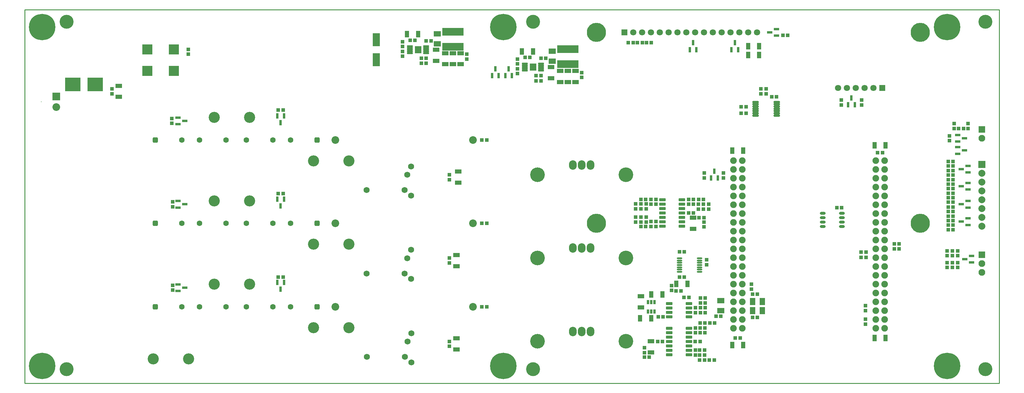
<source format=gts>
G04 Layer_Color=8388736*
%FSLAX43Y43*%
%MOMM*%
G71*
G01*
G75*
%ADD38C,0.254*%
%ADD78R,2.903X2.903*%
%ADD79O,1.550X0.500*%
%ADD80R,6.203X2.203*%
%ADD81R,0.803X1.203*%
%ADD82R,0.803X1.553*%
%ADD83O,1.653X0.853*%
%ADD84R,1.543X2.003*%
%ADD85R,1.103X1.003*%
G04:AMPARAMS|DCode=86|XSize=0.653mm|YSize=1.803mm|CornerRadius=0.151mm|HoleSize=0mm|Usage=FLASHONLY|Rotation=90.000|XOffset=0mm|YOffset=0mm|HoleType=Round|Shape=RoundedRectangle|*
%AMROUNDEDRECTD86*
21,1,0.653,1.501,0,0,90.0*
21,1,0.351,1.803,0,0,90.0*
1,1,0.302,0.750,0.175*
1,1,0.302,0.750,-0.175*
1,1,0.302,-0.750,-0.175*
1,1,0.302,-0.750,0.175*
%
%ADD86ROUNDEDRECTD86*%
%ADD87R,4.443X4.013*%
%ADD88R,1.003X1.103*%
%ADD89R,2.003X3.753*%
%ADD90C,4.000*%
G04:AMPARAMS|DCode=91|XSize=0.853mm|YSize=1.853mm|CornerRadius=0.15mm|HoleSize=0mm|Usage=FLASHONLY|Rotation=270.000|XOffset=0mm|YOffset=0mm|HoleType=Round|Shape=RoundedRectangle|*
%AMROUNDEDRECTD91*
21,1,0.853,1.552,0,0,270.0*
21,1,0.552,1.853,0,0,270.0*
1,1,0.301,-0.776,-0.276*
1,1,0.301,-0.776,0.276*
1,1,0.301,0.776,0.276*
1,1,0.301,0.776,-0.276*
%
%ADD91ROUNDEDRECTD91*%
%ADD92R,1.903X1.203*%
%ADD93R,1.203X1.903*%
G04:AMPARAMS|DCode=94|XSize=0.503mm|YSize=1.753mm|CornerRadius=0.151mm|HoleSize=0mm|Usage=FLASHONLY|Rotation=90.000|XOffset=0mm|YOffset=0mm|HoleType=Round|Shape=RoundedRectangle|*
%AMROUNDEDRECTD94*
21,1,0.503,1.451,0,0,90.0*
21,1,0.201,1.753,0,0,90.0*
1,1,0.302,0.726,0.101*
1,1,0.302,0.726,-0.101*
1,1,0.302,-0.726,-0.101*
1,1,0.302,-0.726,0.101*
%
%ADD94ROUNDEDRECTD94*%
G04:AMPARAMS|DCode=95|XSize=1.933mm|YSize=2.103mm|CornerRadius=0.153mm|HoleSize=0mm|Usage=FLASHONLY|Rotation=0.000|XOffset=0mm|YOffset=0mm|HoleType=Round|Shape=RoundedRectangle|*
%AMROUNDEDRECTD95*
21,1,1.933,1.796,0,0,0.0*
21,1,1.626,2.103,0,0,0.0*
1,1,0.307,0.813,-0.898*
1,1,0.307,-0.813,-0.898*
1,1,0.307,-0.813,0.898*
1,1,0.307,0.813,0.898*
%
%ADD95ROUNDEDRECTD95*%
%ADD96R,1.553X0.803*%
%ADD97R,2.003X1.543*%
%ADD98O,2.203X2.703*%
%ADD99C,2.203*%
%ADD100C,3.203*%
%ADD101C,1.803*%
%ADD102R,1.803X1.803*%
%ADD103C,1.727*%
%ADD104C,7.603*%
%ADD105C,5.503*%
%ADD106C,1.903*%
%ADD107R,1.953X1.953*%
%ADD108C,1.953*%
%ADD109C,4.203*%
%ADD110R,2.203X2.203*%
%ADD111R,0.203X0.203*%
%ADD112R,2.003X2.003*%
%ADD113C,2.003*%
%ADD114C,1.603*%
G04:AMPARAMS|DCode=115|XSize=1.603mm|YSize=1.603mm|CornerRadius=0.452mm|HoleSize=0mm|Usage=FLASHONLY|Rotation=0.000|XOffset=0mm|YOffset=0mm|HoleType=Round|Shape=RoundedRectangle|*
%AMROUNDEDRECTD115*
21,1,1.603,0.700,0,0,0.0*
21,1,0.700,1.603,0,0,0.0*
1,1,0.903,0.350,-0.350*
1,1,0.903,-0.350,-0.350*
1,1,0.903,-0.350,0.350*
1,1,0.903,0.350,0.350*
%
%ADD115ROUNDEDRECTD115*%
%ADD116C,0.803*%
D38*
X0Y0D02*
Y107500D01*
X280000D01*
Y0D02*
Y107500D01*
X0Y0D02*
X280000D01*
D78*
X35190Y89890D02*
D03*
X42810D02*
D03*
Y96110D02*
D03*
X35190D02*
D03*
D79*
X188125Y35950D02*
D03*
Y35300D02*
D03*
Y34650D02*
D03*
Y34000D02*
D03*
Y33350D02*
D03*
Y32700D02*
D03*
Y32050D02*
D03*
X193875Y35950D02*
D03*
Y35300D02*
D03*
Y34650D02*
D03*
Y34000D02*
D03*
Y33350D02*
D03*
Y32700D02*
D03*
Y32050D02*
D03*
D80*
X123000Y96850D02*
D03*
Y101150D02*
D03*
X156000Y91850D02*
D03*
Y96150D02*
D03*
D81*
X179050Y20625D02*
D03*
X180000D02*
D03*
X180950D02*
D03*
Y23375D02*
D03*
X180000D02*
D03*
X179050D02*
D03*
D82*
X138050Y88525D02*
D03*
X139950D02*
D03*
X139000Y90475D02*
D03*
X236550Y80125D02*
D03*
X238450D02*
D03*
X237500Y82075D02*
D03*
X191050Y96025D02*
D03*
X192950D02*
D03*
X192000Y97975D02*
D03*
X203050Y96025D02*
D03*
X204950D02*
D03*
X204000Y97975D02*
D03*
X74450Y28975D02*
D03*
X72550D02*
D03*
X73500Y27025D02*
D03*
X74450Y52975D02*
D03*
X72550D02*
D03*
X73500Y51025D02*
D03*
X74450Y76975D02*
D03*
X72550D02*
D03*
X73500Y75025D02*
D03*
X197180Y59095D02*
D03*
X199080D02*
D03*
X198130Y61045D02*
D03*
X134250Y88525D02*
D03*
X136150D02*
D03*
X135200Y90475D02*
D03*
D83*
X234725Y45095D02*
D03*
Y46365D02*
D03*
Y47635D02*
D03*
Y48905D02*
D03*
X229275Y45095D02*
D03*
Y46365D02*
D03*
Y47635D02*
D03*
Y48905D02*
D03*
D84*
X211930Y23500D02*
D03*
X209070D02*
D03*
X211930Y20900D02*
D03*
X209070D02*
D03*
D85*
X241500Y17000D02*
D03*
Y18400D02*
D03*
X268000Y34700D02*
D03*
Y33300D02*
D03*
X213000Y83300D02*
D03*
Y84700D02*
D03*
X211500Y83300D02*
D03*
Y84700D02*
D03*
X265700Y69800D02*
D03*
Y71200D02*
D03*
X265000Y33300D02*
D03*
Y34700D02*
D03*
Y36700D02*
D03*
Y38100D02*
D03*
X266500Y34700D02*
D03*
Y33300D02*
D03*
Y36700D02*
D03*
Y38100D02*
D03*
X267000Y74700D02*
D03*
Y73300D02*
D03*
X271000Y74700D02*
D03*
Y73300D02*
D03*
X192700Y15900D02*
D03*
Y14500D02*
D03*
Y21700D02*
D03*
Y20300D02*
D03*
Y8100D02*
D03*
Y9500D02*
D03*
X178000Y8800D02*
D03*
Y10200D02*
D03*
X178500Y47800D02*
D03*
Y46400D02*
D03*
X122000Y12000D02*
D03*
Y10600D02*
D03*
X178500Y50200D02*
D03*
Y51600D02*
D03*
X122000Y36000D02*
D03*
Y34600D02*
D03*
X193500Y50100D02*
D03*
Y51500D02*
D03*
X122000Y60000D02*
D03*
Y58600D02*
D03*
X195100Y46400D02*
D03*
Y45000D02*
D03*
X195230Y59070D02*
D03*
Y60470D02*
D03*
X200730Y59070D02*
D03*
Y60470D02*
D03*
X25000Y84700D02*
D03*
Y83300D02*
D03*
X47000Y96100D02*
D03*
Y94700D02*
D03*
X160000Y89400D02*
D03*
Y88000D02*
D03*
X141500Y90500D02*
D03*
Y89100D02*
D03*
X127000Y93300D02*
D03*
Y94700D02*
D03*
X108500Y94100D02*
D03*
Y95500D02*
D03*
X185800Y26700D02*
D03*
Y28100D02*
D03*
X175500Y46400D02*
D03*
Y47800D02*
D03*
X177000D02*
D03*
Y46400D02*
D03*
X175500Y51600D02*
D03*
Y50200D02*
D03*
X177000D02*
D03*
Y51600D02*
D03*
X196500Y51500D02*
D03*
Y50100D02*
D03*
X195000D02*
D03*
Y51500D02*
D03*
X141500Y91900D02*
D03*
Y93300D02*
D03*
X108500Y96900D02*
D03*
Y98300D02*
D03*
X42500Y26800D02*
D03*
Y28200D02*
D03*
X240400Y80100D02*
D03*
Y81500D02*
D03*
X42500Y50800D02*
D03*
Y52200D02*
D03*
X234600Y80100D02*
D03*
Y81500D02*
D03*
X42200Y74800D02*
D03*
Y76200D02*
D03*
X268000Y36700D02*
D03*
Y38100D02*
D03*
X195900Y35500D02*
D03*
Y34100D02*
D03*
X241500Y22300D02*
D03*
Y20900D02*
D03*
X208800Y27100D02*
D03*
Y28500D02*
D03*
D86*
X216050Y77050D02*
D03*
Y77700D02*
D03*
Y78350D02*
D03*
Y79000D02*
D03*
Y79650D02*
D03*
Y80300D02*
D03*
Y80950D02*
D03*
X209950Y77050D02*
D03*
Y77700D02*
D03*
Y78350D02*
D03*
Y79000D02*
D03*
Y79650D02*
D03*
Y80300D02*
D03*
Y80950D02*
D03*
D87*
X20185Y86000D02*
D03*
X13815D02*
D03*
D88*
X195100Y47600D02*
D03*
X193700D02*
D03*
X240300Y36200D02*
D03*
X241700D02*
D03*
X251200Y38700D02*
D03*
X249800D02*
D03*
X241700Y37700D02*
D03*
X240300D02*
D03*
X249800Y40100D02*
D03*
X251200D02*
D03*
X207200Y77700D02*
D03*
X205800D02*
D03*
X207200Y79600D02*
D03*
X205800D02*
D03*
X268300Y73300D02*
D03*
X269700D02*
D03*
X196800Y17300D02*
D03*
X198200D02*
D03*
X194100Y23100D02*
D03*
X195500D02*
D03*
X198100Y6700D02*
D03*
X196700D02*
D03*
X183200Y12000D02*
D03*
X181800D02*
D03*
X177000Y45100D02*
D03*
X178400D02*
D03*
X188100Y37800D02*
D03*
X189500D02*
D03*
X177000Y52900D02*
D03*
X178400D02*
D03*
X195000D02*
D03*
X193600D02*
D03*
X187100Y26600D02*
D03*
X188500D02*
D03*
X188100Y30500D02*
D03*
X189500D02*
D03*
X190700Y49000D02*
D03*
X192100D02*
D03*
X205530Y12970D02*
D03*
X204130D02*
D03*
X245030Y66370D02*
D03*
X246430D02*
D03*
X234700Y50500D02*
D03*
X233300D02*
D03*
X148300Y93500D02*
D03*
X149700D02*
D03*
X143700Y93800D02*
D03*
X145100D02*
D03*
X115300Y98500D02*
D03*
X116700D02*
D03*
X112100Y98700D02*
D03*
X110700D02*
D03*
X173400Y98000D02*
D03*
X174800D02*
D03*
X216000Y82400D02*
D03*
X214600D02*
D03*
X178000Y7500D02*
D03*
X179400D02*
D03*
X195400Y17300D02*
D03*
X194000D02*
D03*
Y15900D02*
D03*
X195400D02*
D03*
X194000Y14500D02*
D03*
X195400D02*
D03*
X194100Y21700D02*
D03*
X195500D02*
D03*
Y24500D02*
D03*
X194100D02*
D03*
Y20300D02*
D03*
X195500D02*
D03*
X179900Y45100D02*
D03*
X181300D02*
D03*
Y46500D02*
D03*
X179900D02*
D03*
X131300Y22000D02*
D03*
X132700D02*
D03*
X179900Y52900D02*
D03*
X181300D02*
D03*
Y51500D02*
D03*
X179900D02*
D03*
X131300Y46000D02*
D03*
X132700D02*
D03*
X192100Y52900D02*
D03*
X190700D02*
D03*
Y51500D02*
D03*
X192100D02*
D03*
X131300Y70000D02*
D03*
X132700D02*
D03*
X146900Y87000D02*
D03*
X148300D02*
D03*
Y88500D02*
D03*
X146900D02*
D03*
X113900Y92100D02*
D03*
X115300D02*
D03*
Y93500D02*
D03*
X113900D02*
D03*
X72800Y30500D02*
D03*
X74200D02*
D03*
X72800Y54600D02*
D03*
X74200D02*
D03*
X72800Y78600D02*
D03*
X74200D02*
D03*
X265300Y45500D02*
D03*
X266700D02*
D03*
X265300Y46800D02*
D03*
X266700D02*
D03*
X265300Y50700D02*
D03*
X266700D02*
D03*
X265300Y52100D02*
D03*
X266700D02*
D03*
X176000Y98000D02*
D03*
X177400D02*
D03*
X180000D02*
D03*
X178600D02*
D03*
X192600Y12000D02*
D03*
X194000D02*
D03*
X183400Y19100D02*
D03*
X182000D02*
D03*
X190800Y24700D02*
D03*
X189400D02*
D03*
X193900Y8100D02*
D03*
X195300D02*
D03*
Y6700D02*
D03*
X193900D02*
D03*
Y9500D02*
D03*
X195300D02*
D03*
X265300Y56000D02*
D03*
X266700D02*
D03*
X265300Y57300D02*
D03*
X266700D02*
D03*
X265300Y61200D02*
D03*
X266700D02*
D03*
X265300Y62500D02*
D03*
X266700D02*
D03*
Y63800D02*
D03*
X265300D02*
D03*
X266700Y59900D02*
D03*
X265300D02*
D03*
X266700Y58600D02*
D03*
X265300D02*
D03*
X266700Y54700D02*
D03*
X265300D02*
D03*
X266700Y53400D02*
D03*
X265300D02*
D03*
X266700Y49400D02*
D03*
X265300D02*
D03*
X266700Y48100D02*
D03*
X265300D02*
D03*
X266700Y44200D02*
D03*
X265300D02*
D03*
X217800Y100100D02*
D03*
X219200D02*
D03*
X209100Y18900D02*
D03*
X210500D02*
D03*
X200000Y19300D02*
D03*
X198600D02*
D03*
X209100Y25600D02*
D03*
X210500D02*
D03*
D89*
X101000Y93125D02*
D03*
Y98875D02*
D03*
D90*
X146000Y4000D02*
D03*
X12000Y104000D02*
D03*
X276000D02*
D03*
Y4000D02*
D03*
X146000Y104000D02*
D03*
X12000Y4000D02*
D03*
D91*
X183175Y52810D02*
D03*
Y51540D02*
D03*
Y50270D02*
D03*
Y49000D02*
D03*
Y47730D02*
D03*
Y46460D02*
D03*
Y45190D02*
D03*
X188825Y52810D02*
D03*
Y51540D02*
D03*
Y50270D02*
D03*
Y49000D02*
D03*
Y47730D02*
D03*
Y46460D02*
D03*
Y45190D02*
D03*
X190825Y19095D02*
D03*
Y20365D02*
D03*
Y21635D02*
D03*
Y22905D02*
D03*
X185175Y19095D02*
D03*
Y20365D02*
D03*
Y21635D02*
D03*
Y22905D02*
D03*
X190825Y8190D02*
D03*
Y9460D02*
D03*
Y10730D02*
D03*
Y12000D02*
D03*
Y13270D02*
D03*
Y14540D02*
D03*
Y15810D02*
D03*
X185175Y8190D02*
D03*
Y9460D02*
D03*
Y10730D02*
D03*
Y12000D02*
D03*
Y13270D02*
D03*
Y14540D02*
D03*
Y15810D02*
D03*
D92*
X125200Y91800D02*
D03*
Y95000D02*
D03*
X179900Y12100D02*
D03*
Y8900D02*
D03*
X124000Y9700D02*
D03*
Y12900D02*
D03*
Y33700D02*
D03*
Y36900D02*
D03*
X124500Y57700D02*
D03*
Y60900D02*
D03*
X192000Y44400D02*
D03*
Y47600D02*
D03*
X27000Y82400D02*
D03*
Y85600D02*
D03*
X153800Y86700D02*
D03*
Y89900D02*
D03*
X156000Y86700D02*
D03*
Y89900D02*
D03*
X158200Y86700D02*
D03*
Y89900D02*
D03*
X120800Y91800D02*
D03*
Y95000D02*
D03*
X123000Y91800D02*
D03*
Y95000D02*
D03*
X151200Y87800D02*
D03*
Y91000D02*
D03*
X118200Y92800D02*
D03*
Y96000D02*
D03*
X177000Y21800D02*
D03*
Y25000D02*
D03*
D93*
X207800Y97000D02*
D03*
X211000D02*
D03*
X190400Y28600D02*
D03*
X187200D02*
D03*
X203230Y10970D02*
D03*
X206430D02*
D03*
X247330Y68470D02*
D03*
X244130D02*
D03*
Y12970D02*
D03*
X247330D02*
D03*
X206430Y66970D02*
D03*
X203230D02*
D03*
X146000Y95500D02*
D03*
X142800D02*
D03*
X113000Y100500D02*
D03*
X109800D02*
D03*
X207800Y94500D02*
D03*
X211000D02*
D03*
X183200Y25500D02*
D03*
X180000D02*
D03*
X176800Y18700D02*
D03*
X180000D02*
D03*
D94*
X115325Y95000D02*
D03*
Y95500D02*
D03*
Y96000D02*
D03*
Y96500D02*
D03*
X110675Y95000D02*
D03*
Y95500D02*
D03*
Y96000D02*
D03*
Y96500D02*
D03*
Y97000D02*
D03*
X115325D02*
D03*
X148325Y92000D02*
D03*
X143675D02*
D03*
Y91500D02*
D03*
Y91000D02*
D03*
Y90500D02*
D03*
Y90000D02*
D03*
X148325Y91500D02*
D03*
Y91000D02*
D03*
Y90500D02*
D03*
Y90000D02*
D03*
D95*
X113000Y96000D02*
D03*
X146000Y91000D02*
D03*
D96*
X269975Y70500D02*
D03*
X268025Y69550D02*
D03*
Y71450D02*
D03*
X270025Y35700D02*
D03*
X271975Y36650D02*
D03*
Y34750D02*
D03*
X270975Y45550D02*
D03*
Y47450D02*
D03*
X269025Y46500D02*
D03*
X270975Y50550D02*
D03*
Y52450D02*
D03*
X269025Y51500D02*
D03*
X270975Y55750D02*
D03*
Y57650D02*
D03*
X269025Y56700D02*
D03*
X270975Y60650D02*
D03*
Y62550D02*
D03*
X269025Y61600D02*
D03*
X44025Y28450D02*
D03*
Y26550D02*
D03*
X45975Y27500D02*
D03*
X44025Y52450D02*
D03*
Y50550D02*
D03*
X45975Y51500D02*
D03*
X44025Y76450D02*
D03*
Y74550D02*
D03*
X45975Y75500D02*
D03*
X215975Y100050D02*
D03*
Y101950D02*
D03*
X214025Y101000D02*
D03*
X268025Y67950D02*
D03*
Y66050D02*
D03*
X269975Y67000D02*
D03*
D97*
X151500Y92670D02*
D03*
Y95530D02*
D03*
X118500Y100530D02*
D03*
Y97670D02*
D03*
X200000Y23730D02*
D03*
Y20870D02*
D03*
D98*
X157450Y62800D02*
D03*
X160000D02*
D03*
X162550D02*
D03*
X157450Y14900D02*
D03*
X160000D02*
D03*
X162550D02*
D03*
Y38900D02*
D03*
X160000D02*
D03*
X157450D02*
D03*
D99*
X128750Y70000D02*
D03*
X89250D02*
D03*
X9000Y79500D02*
D03*
X128750Y22000D02*
D03*
X89250D02*
D03*
X128750Y46000D02*
D03*
X89250D02*
D03*
D100*
X93080Y16000D02*
D03*
X82920D02*
D03*
X36920Y7000D02*
D03*
X47080D02*
D03*
X54420Y76500D02*
D03*
X64580D02*
D03*
X54420Y52500D02*
D03*
X64580D02*
D03*
X54420Y28500D02*
D03*
X64580D02*
D03*
X82920Y64000D02*
D03*
X93080D02*
D03*
X82920Y40000D02*
D03*
X93080D02*
D03*
D101*
X236190Y85000D02*
D03*
X241270D02*
D03*
X243810D02*
D03*
X238730D02*
D03*
X233650D02*
D03*
X210350Y101000D02*
D03*
X205270D02*
D03*
X200190D02*
D03*
X197650D02*
D03*
X192570D02*
D03*
X187490D02*
D03*
X182410D02*
D03*
X177330D02*
D03*
X174790D02*
D03*
X179870D02*
D03*
X184950D02*
D03*
X190030D02*
D03*
X195110D02*
D03*
X202730D02*
D03*
X207810D02*
D03*
D102*
X246350Y85000D02*
D03*
X172250Y101000D02*
D03*
D103*
X111000Y54000D02*
D03*
X109880Y59970D02*
D03*
X98200Y55570D02*
D03*
X109120D02*
D03*
X111000Y62380D02*
D03*
X111100Y6000D02*
D03*
X109980Y11970D02*
D03*
X98300Y7570D02*
D03*
X109220D02*
D03*
X111100Y14380D02*
D03*
X111000Y38380D02*
D03*
X109880Y35970D02*
D03*
X109120Y31570D02*
D03*
X111000Y30000D02*
D03*
X98200Y31570D02*
D03*
D104*
X5000Y102500D02*
D03*
Y5000D02*
D03*
X137500Y5000D02*
D03*
X265000Y5000D02*
D03*
Y102500D02*
D03*
X137500D02*
D03*
D105*
X164250Y101000D02*
D03*
Y46000D02*
D03*
X257270D02*
D03*
X257250Y101000D02*
D03*
D106*
X244460Y64100D02*
D03*
Y61560D02*
D03*
Y59020D02*
D03*
Y56480D02*
D03*
Y53940D02*
D03*
Y51400D02*
D03*
Y48860D02*
D03*
Y46320D02*
D03*
Y43780D02*
D03*
Y41240D02*
D03*
Y38700D02*
D03*
Y36160D02*
D03*
Y33620D02*
D03*
Y31080D02*
D03*
Y28540D02*
D03*
Y26000D02*
D03*
Y23460D02*
D03*
Y20920D02*
D03*
Y18380D02*
D03*
Y15840D02*
D03*
X247000Y64100D02*
D03*
Y61560D02*
D03*
Y59020D02*
D03*
Y56480D02*
D03*
Y53940D02*
D03*
Y51400D02*
D03*
Y48860D02*
D03*
Y46320D02*
D03*
Y43780D02*
D03*
Y41240D02*
D03*
Y38700D02*
D03*
Y36160D02*
D03*
Y33620D02*
D03*
Y31080D02*
D03*
Y28540D02*
D03*
Y26000D02*
D03*
Y23460D02*
D03*
Y20920D02*
D03*
Y18380D02*
D03*
Y15840D02*
D03*
X206100D02*
D03*
Y18380D02*
D03*
Y20920D02*
D03*
Y23460D02*
D03*
Y26000D02*
D03*
Y28540D02*
D03*
Y31080D02*
D03*
Y33620D02*
D03*
Y36160D02*
D03*
Y38700D02*
D03*
Y41240D02*
D03*
Y43780D02*
D03*
Y46320D02*
D03*
Y48860D02*
D03*
Y51400D02*
D03*
Y53940D02*
D03*
Y56480D02*
D03*
Y59020D02*
D03*
Y61560D02*
D03*
Y64100D02*
D03*
X203560Y15840D02*
D03*
Y18380D02*
D03*
Y20920D02*
D03*
Y23460D02*
D03*
Y26000D02*
D03*
Y28540D02*
D03*
Y31080D02*
D03*
Y33620D02*
D03*
Y36160D02*
D03*
Y38700D02*
D03*
Y41240D02*
D03*
Y43780D02*
D03*
Y46320D02*
D03*
Y48860D02*
D03*
Y51400D02*
D03*
Y53940D02*
D03*
Y56480D02*
D03*
Y59020D02*
D03*
Y61560D02*
D03*
Y64100D02*
D03*
D107*
X275000Y37000D02*
D03*
Y73000D02*
D03*
D108*
Y34460D02*
D03*
Y31920D02*
D03*
Y70460D02*
D03*
D109*
X172700Y12100D02*
D03*
X147300D02*
D03*
X172700Y60000D02*
D03*
X147300D02*
D03*
X172700Y36000D02*
D03*
X147300D02*
D03*
D110*
X9000Y82500D02*
D03*
D111*
X4680Y81000D02*
D03*
D112*
X275000Y63000D02*
D03*
D113*
Y60460D02*
D03*
Y57920D02*
D03*
Y55380D02*
D03*
Y52840D02*
D03*
Y50300D02*
D03*
Y47760D02*
D03*
Y45220D02*
D03*
D114*
X57820Y70000D02*
D03*
X50200D02*
D03*
X45120D02*
D03*
X76380Y22000D02*
D03*
X71300D02*
D03*
X63680D02*
D03*
X57820Y22000D02*
D03*
X50200D02*
D03*
X45120D02*
D03*
X76380Y46000D02*
D03*
X71300D02*
D03*
X63680D02*
D03*
X57820Y46000D02*
D03*
X50200D02*
D03*
X45120D02*
D03*
X76380Y70000D02*
D03*
X71300D02*
D03*
X63680D02*
D03*
D115*
X37500Y70000D02*
D03*
X84000Y22000D02*
D03*
X37500Y22000D02*
D03*
X84000Y46000D02*
D03*
X37500Y46000D02*
D03*
X84000Y70000D02*
D03*
D116*
X112500Y96500D02*
D03*
X113500D02*
D03*
X112500Y95500D02*
D03*
X113500D02*
D03*
X146500Y90500D02*
D03*
X145500D02*
D03*
X146500Y91500D02*
D03*
X145500D02*
D03*
M02*

</source>
